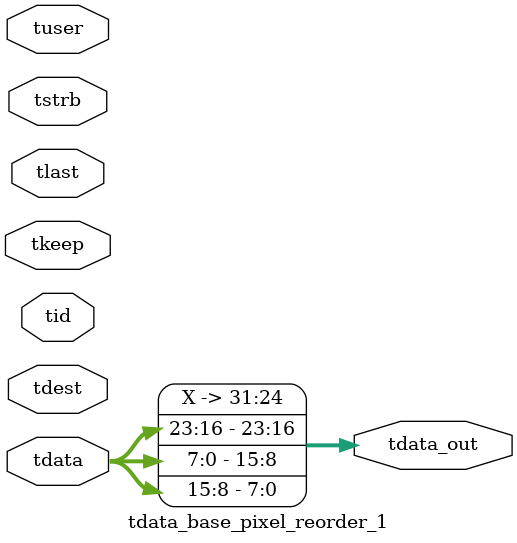
<source format=v>


`timescale 1ps/1ps

module tdata_base_pixel_reorder_1 #
(
parameter C_S_AXIS_TDATA_WIDTH = 32,
parameter C_S_AXIS_TUSER_WIDTH = 0,
parameter C_S_AXIS_TID_WIDTH   = 0,
parameter C_S_AXIS_TDEST_WIDTH = 0,
parameter C_M_AXIS_TDATA_WIDTH = 32
)
(
input  [(C_S_AXIS_TDATA_WIDTH == 0 ? 1 : C_S_AXIS_TDATA_WIDTH)-1:0     ] tdata,
input  [(C_S_AXIS_TUSER_WIDTH == 0 ? 1 : C_S_AXIS_TUSER_WIDTH)-1:0     ] tuser,
input  [(C_S_AXIS_TID_WIDTH   == 0 ? 1 : C_S_AXIS_TID_WIDTH)-1:0       ] tid,
input  [(C_S_AXIS_TDEST_WIDTH == 0 ? 1 : C_S_AXIS_TDEST_WIDTH)-1:0     ] tdest,
input  [(C_S_AXIS_TDATA_WIDTH/8)-1:0 ] tkeep,
input  [(C_S_AXIS_TDATA_WIDTH/8)-1:0 ] tstrb,
input                                                                    tlast,
output [C_M_AXIS_TDATA_WIDTH-1:0] tdata_out
);

assign tdata_out = {tdata[47:40],tdata[31:24],tdata[39:32],tdata[23:16],tdata[7:0],tdata[15:8]};

endmodule


</source>
